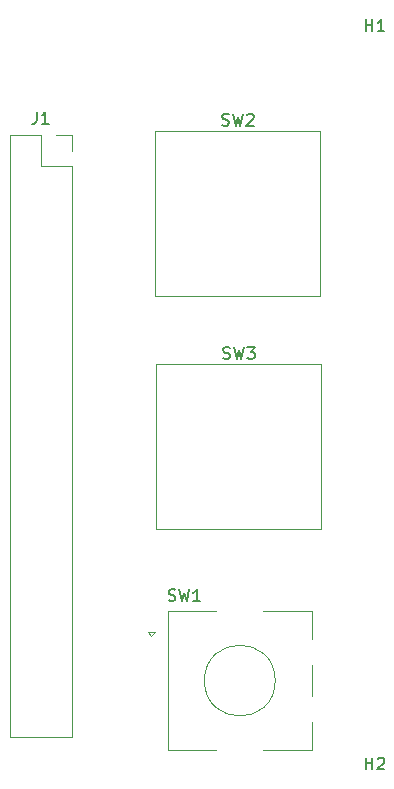
<source format=gbr>
%TF.GenerationSoftware,KiCad,Pcbnew,9.0.0*%
%TF.CreationDate,2025-06-10T12:24:28+05:30*%
%TF.ProjectId,MP3Player,4d503350-6c61-4796-9572-2e6b69636164,rev?*%
%TF.SameCoordinates,Original*%
%TF.FileFunction,Legend,Top*%
%TF.FilePolarity,Positive*%
%FSLAX46Y46*%
G04 Gerber Fmt 4.6, Leading zero omitted, Abs format (unit mm)*
G04 Created by KiCad (PCBNEW 9.0.0) date 2025-06-10 12:24:28*
%MOMM*%
%LPD*%
G01*
G04 APERTURE LIST*
%ADD10C,0.150000*%
%ADD11C,0.120000*%
G04 APERTURE END LIST*
D10*
X157666667Y-104953200D02*
X157809524Y-105000819D01*
X157809524Y-105000819D02*
X158047619Y-105000819D01*
X158047619Y-105000819D02*
X158142857Y-104953200D01*
X158142857Y-104953200D02*
X158190476Y-104905580D01*
X158190476Y-104905580D02*
X158238095Y-104810342D01*
X158238095Y-104810342D02*
X158238095Y-104715104D01*
X158238095Y-104715104D02*
X158190476Y-104619866D01*
X158190476Y-104619866D02*
X158142857Y-104572247D01*
X158142857Y-104572247D02*
X158047619Y-104524628D01*
X158047619Y-104524628D02*
X157857143Y-104477009D01*
X157857143Y-104477009D02*
X157761905Y-104429390D01*
X157761905Y-104429390D02*
X157714286Y-104381771D01*
X157714286Y-104381771D02*
X157666667Y-104286533D01*
X157666667Y-104286533D02*
X157666667Y-104191295D01*
X157666667Y-104191295D02*
X157714286Y-104096057D01*
X157714286Y-104096057D02*
X157761905Y-104048438D01*
X157761905Y-104048438D02*
X157857143Y-104000819D01*
X157857143Y-104000819D02*
X158095238Y-104000819D01*
X158095238Y-104000819D02*
X158238095Y-104048438D01*
X158571429Y-104000819D02*
X158809524Y-105000819D01*
X158809524Y-105000819D02*
X159000000Y-104286533D01*
X159000000Y-104286533D02*
X159190476Y-105000819D01*
X159190476Y-105000819D02*
X159428572Y-104000819D01*
X159714286Y-104000819D02*
X160333333Y-104000819D01*
X160333333Y-104000819D02*
X160000000Y-104381771D01*
X160000000Y-104381771D02*
X160142857Y-104381771D01*
X160142857Y-104381771D02*
X160238095Y-104429390D01*
X160238095Y-104429390D02*
X160285714Y-104477009D01*
X160285714Y-104477009D02*
X160333333Y-104572247D01*
X160333333Y-104572247D02*
X160333333Y-104810342D01*
X160333333Y-104810342D02*
X160285714Y-104905580D01*
X160285714Y-104905580D02*
X160238095Y-104953200D01*
X160238095Y-104953200D02*
X160142857Y-105000819D01*
X160142857Y-105000819D02*
X159857143Y-105000819D01*
X159857143Y-105000819D02*
X159761905Y-104953200D01*
X159761905Y-104953200D02*
X159714286Y-104905580D01*
X153046667Y-125452200D02*
X153189524Y-125499819D01*
X153189524Y-125499819D02*
X153427619Y-125499819D01*
X153427619Y-125499819D02*
X153522857Y-125452200D01*
X153522857Y-125452200D02*
X153570476Y-125404580D01*
X153570476Y-125404580D02*
X153618095Y-125309342D01*
X153618095Y-125309342D02*
X153618095Y-125214104D01*
X153618095Y-125214104D02*
X153570476Y-125118866D01*
X153570476Y-125118866D02*
X153522857Y-125071247D01*
X153522857Y-125071247D02*
X153427619Y-125023628D01*
X153427619Y-125023628D02*
X153237143Y-124976009D01*
X153237143Y-124976009D02*
X153141905Y-124928390D01*
X153141905Y-124928390D02*
X153094286Y-124880771D01*
X153094286Y-124880771D02*
X153046667Y-124785533D01*
X153046667Y-124785533D02*
X153046667Y-124690295D01*
X153046667Y-124690295D02*
X153094286Y-124595057D01*
X153094286Y-124595057D02*
X153141905Y-124547438D01*
X153141905Y-124547438D02*
X153237143Y-124499819D01*
X153237143Y-124499819D02*
X153475238Y-124499819D01*
X153475238Y-124499819D02*
X153618095Y-124547438D01*
X153951429Y-124499819D02*
X154189524Y-125499819D01*
X154189524Y-125499819D02*
X154380000Y-124785533D01*
X154380000Y-124785533D02*
X154570476Y-125499819D01*
X154570476Y-125499819D02*
X154808572Y-124499819D01*
X155713333Y-125499819D02*
X155141905Y-125499819D01*
X155427619Y-125499819D02*
X155427619Y-124499819D01*
X155427619Y-124499819D02*
X155332381Y-124642676D01*
X155332381Y-124642676D02*
X155237143Y-124737914D01*
X155237143Y-124737914D02*
X155141905Y-124785533D01*
X157586667Y-85208200D02*
X157729524Y-85255819D01*
X157729524Y-85255819D02*
X157967619Y-85255819D01*
X157967619Y-85255819D02*
X158062857Y-85208200D01*
X158062857Y-85208200D02*
X158110476Y-85160580D01*
X158110476Y-85160580D02*
X158158095Y-85065342D01*
X158158095Y-85065342D02*
X158158095Y-84970104D01*
X158158095Y-84970104D02*
X158110476Y-84874866D01*
X158110476Y-84874866D02*
X158062857Y-84827247D01*
X158062857Y-84827247D02*
X157967619Y-84779628D01*
X157967619Y-84779628D02*
X157777143Y-84732009D01*
X157777143Y-84732009D02*
X157681905Y-84684390D01*
X157681905Y-84684390D02*
X157634286Y-84636771D01*
X157634286Y-84636771D02*
X157586667Y-84541533D01*
X157586667Y-84541533D02*
X157586667Y-84446295D01*
X157586667Y-84446295D02*
X157634286Y-84351057D01*
X157634286Y-84351057D02*
X157681905Y-84303438D01*
X157681905Y-84303438D02*
X157777143Y-84255819D01*
X157777143Y-84255819D02*
X158015238Y-84255819D01*
X158015238Y-84255819D02*
X158158095Y-84303438D01*
X158491429Y-84255819D02*
X158729524Y-85255819D01*
X158729524Y-85255819D02*
X158920000Y-84541533D01*
X158920000Y-84541533D02*
X159110476Y-85255819D01*
X159110476Y-85255819D02*
X159348572Y-84255819D01*
X159681905Y-84351057D02*
X159729524Y-84303438D01*
X159729524Y-84303438D02*
X159824762Y-84255819D01*
X159824762Y-84255819D02*
X160062857Y-84255819D01*
X160062857Y-84255819D02*
X160158095Y-84303438D01*
X160158095Y-84303438D02*
X160205714Y-84351057D01*
X160205714Y-84351057D02*
X160253333Y-84446295D01*
X160253333Y-84446295D02*
X160253333Y-84541533D01*
X160253333Y-84541533D02*
X160205714Y-84684390D01*
X160205714Y-84684390D02*
X159634286Y-85255819D01*
X159634286Y-85255819D02*
X160253333Y-85255819D01*
X169738095Y-77254819D02*
X169738095Y-76254819D01*
X169738095Y-76731009D02*
X170309523Y-76731009D01*
X170309523Y-77254819D02*
X170309523Y-76254819D01*
X171309523Y-77254819D02*
X170738095Y-77254819D01*
X171023809Y-77254819D02*
X171023809Y-76254819D01*
X171023809Y-76254819D02*
X170928571Y-76397676D01*
X170928571Y-76397676D02*
X170833333Y-76492914D01*
X170833333Y-76492914D02*
X170738095Y-76540533D01*
X169738095Y-139754819D02*
X169738095Y-138754819D01*
X169738095Y-139231009D02*
X170309523Y-139231009D01*
X170309523Y-139754819D02*
X170309523Y-138754819D01*
X170738095Y-138850057D02*
X170785714Y-138802438D01*
X170785714Y-138802438D02*
X170880952Y-138754819D01*
X170880952Y-138754819D02*
X171119047Y-138754819D01*
X171119047Y-138754819D02*
X171214285Y-138802438D01*
X171214285Y-138802438D02*
X171261904Y-138850057D01*
X171261904Y-138850057D02*
X171309523Y-138945295D01*
X171309523Y-138945295D02*
X171309523Y-139040533D01*
X171309523Y-139040533D02*
X171261904Y-139183390D01*
X171261904Y-139183390D02*
X170690476Y-139754819D01*
X170690476Y-139754819D02*
X171309523Y-139754819D01*
X141896666Y-84084819D02*
X141896666Y-84799104D01*
X141896666Y-84799104D02*
X141849047Y-84941961D01*
X141849047Y-84941961D02*
X141753809Y-85037200D01*
X141753809Y-85037200D02*
X141610952Y-85084819D01*
X141610952Y-85084819D02*
X141515714Y-85084819D01*
X142896666Y-85084819D02*
X142325238Y-85084819D01*
X142610952Y-85084819D02*
X142610952Y-84084819D01*
X142610952Y-84084819D02*
X142515714Y-84227676D01*
X142515714Y-84227676D02*
X142420476Y-84322914D01*
X142420476Y-84322914D02*
X142325238Y-84370533D01*
D11*
%TO.C,SW3*%
X165985000Y-119405000D02*
X152015000Y-119405000D01*
X165985000Y-105435000D02*
X165985000Y-119405000D01*
X152015000Y-119405000D02*
X152015000Y-105435000D01*
X152015000Y-105435000D02*
X165985000Y-105435000D01*
%TO.C,SW1*%
X162080000Y-132245000D02*
G75*
G02*
X156080000Y-132245000I-3000000J0D01*
G01*
X156080000Y-132245000D02*
G75*
G02*
X162080000Y-132245000I3000000J0D01*
G01*
X165180000Y-138145000D02*
X161080000Y-138145000D01*
X165180000Y-135745000D02*
X165180000Y-138145000D01*
X165180000Y-130945000D02*
X165180000Y-133545000D01*
X165180000Y-126345000D02*
X165180000Y-128745000D01*
X161080000Y-126345000D02*
X165180000Y-126345000D01*
X157080000Y-138145000D02*
X152980000Y-138145000D01*
X157080000Y-126345000D02*
X152980000Y-126345000D01*
X152980000Y-126345000D02*
X152980000Y-138145000D01*
X151880000Y-128145000D02*
X151580000Y-128445000D01*
X151580000Y-128445000D02*
X151280000Y-128145000D01*
X151280000Y-128145000D02*
X151880000Y-128145000D01*
%TO.C,SW2*%
X165905000Y-99660000D02*
X151935000Y-99660000D01*
X165905000Y-85690000D02*
X165905000Y-99660000D01*
X151935000Y-99660000D02*
X151935000Y-85690000D01*
X151935000Y-85690000D02*
X165905000Y-85690000D01*
%TO.C,J1*%
X139630000Y-86070000D02*
X139630000Y-136990000D01*
X139630000Y-86070000D02*
X142230000Y-86070000D01*
X139630000Y-136990000D02*
X144830000Y-136990000D01*
X142230000Y-86070000D02*
X142230000Y-88670000D01*
X142230000Y-88670000D02*
X144830000Y-88670000D01*
X143500000Y-86070000D02*
X144830000Y-86070000D01*
X144830000Y-86070000D02*
X144830000Y-87400000D01*
X144830000Y-88670000D02*
X144830000Y-136990000D01*
%TD*%
M02*

</source>
